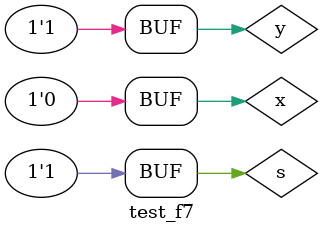
<source format=v>
module f7 ( output s,
 input a,
 input b );
// descrever por portas
endmodule // f7
// -------------------------
// multiplexer
// -------------------------
module mux ( output s,
 input a,
 input b,
 input select );
// definir dados locais
 wire not_select;
 wire not2_select;
 wire sa;
 wire sb;
// descrever por portas
 not NOT1 ( not_select, select );
 and AND1 ( sa, a, not_select ); // NOR E OR
 not NOT2 ( sb, b, select );
 or OR1 ( s , sa, sb );
endmodule // mux
module test_f7;
// ------------------------- definir dados
 reg x;
 reg y;
 reg s;
 wire w;
 wire z;
 f7 modulo ( w, x, y );
 mux MUX1 ( z, x, y, s );
// ------------------------- parte principal
 initial
 begin : main
 $display("Exemplo0702 - Frederico Malaquias - 747544");
 $display("Test LU's module");
 $display(" x y s z");
 x = 1'b0; y = 1'b1; s = 1'b0;
 // projetar testes do modulo
 #1 $monitor("%4b %4b %4b %4b", x, y, s, z);
 #1 s = 1'b1;
 end
endmodule 

/* Nao vou colocar previsao de teste, pois nao sei se estou realmente fazendo certo
estou apenas tentando entender por enquanto */


</source>
